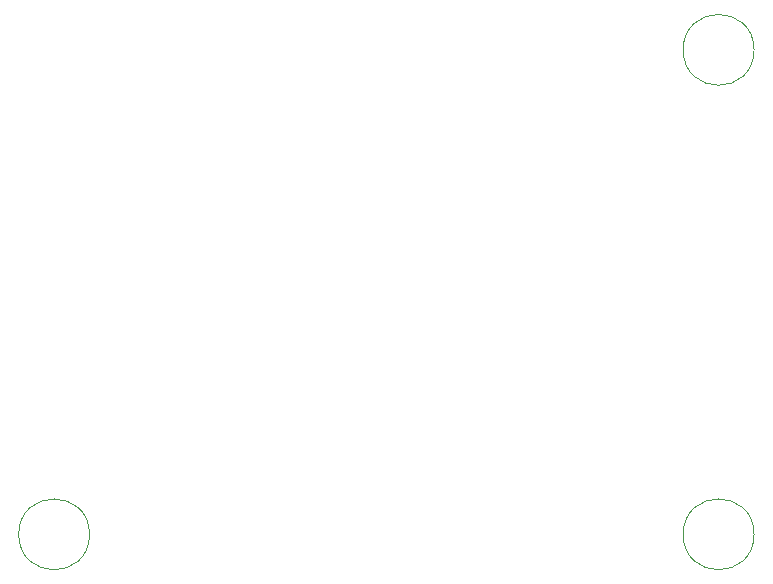
<source format=gbr>
G04 #@! TF.GenerationSoftware,KiCad,Pcbnew,5.1.6*
G04 #@! TF.CreationDate,2020-08-06T14:11:33+02:00*
G04 #@! TF.ProjectId,protoboard,70726f74-6f62-46f6-9172-642e6b696361,rev?*
G04 #@! TF.SameCoordinates,Original*
G04 #@! TF.FileFunction,Other,User*
%FSLAX46Y46*%
G04 Gerber Fmt 4.6, Leading zero omitted, Abs format (unit mm)*
G04 Created by KiCad (PCBNEW 5.1.6) date 2020-08-06 14:11:33*
%MOMM*%
%LPD*%
G01*
G04 APERTURE LIST*
%ADD10C,0.050000*%
G04 APERTURE END LIST*
D10*
X106632000Y-33401000D02*
G75*
G03*
X106632000Y-33401000I-3000000J0D01*
G01*
X106632000Y-74422000D02*
G75*
G03*
X106632000Y-74422000I-3000000J0D01*
G01*
X50371000Y-74422000D02*
G75*
G03*
X50371000Y-74422000I-3000000J0D01*
G01*
M02*

</source>
